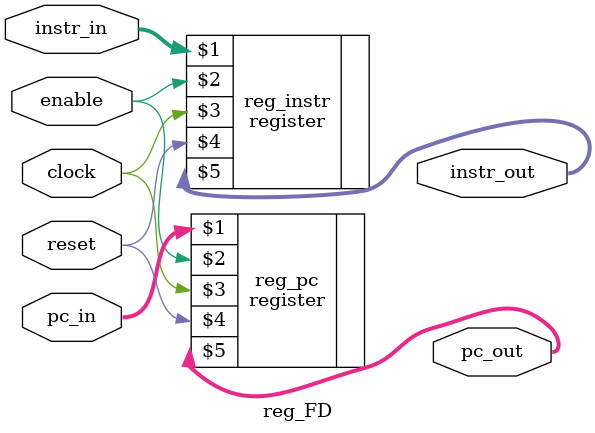
<source format=v>
module reg_FD(pc_in, instr_in, clock, reset, enable, pc_out, instr_out);

	input [31:0] pc_in, instr_in;
	input clock, enable, reset;
	output [31:0] pc_out, instr_out;

	register reg_pc(pc_in, enable, clock, reset, pc_out);
	register reg_instr(instr_in, enable, clock, reset, instr_out);

endmodule

</source>
